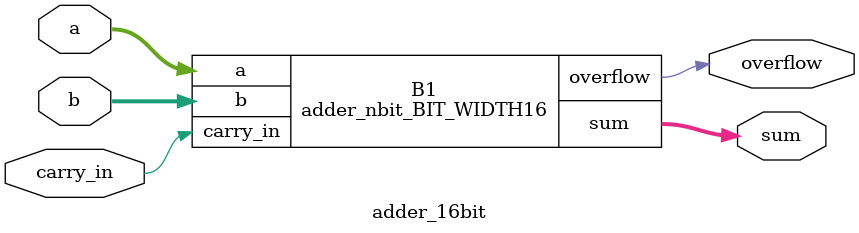
<source format=v>


module adder_1bit_15 ( a, b, carry_in, sum, carry_out );
  input a, b, carry_in;
  output sum, carry_out;
  wire   n1, n2;

  XOR2X1 U1 ( .A(carry_in), .B(n1), .Y(sum) );
  INVX1 U2 ( .A(n2), .Y(carry_out) );
  AOI22X1 U3 ( .A(b), .B(a), .C(n1), .D(carry_in), .Y(n2) );
  XOR2X1 U4 ( .A(a), .B(b), .Y(n1) );
endmodule


module adder_1bit_0 ( a, b, carry_in, sum, carry_out );
  input a, b, carry_in;
  output sum, carry_out;
  wire   n1, n2;

  XOR2X1 U1 ( .A(carry_in), .B(n1), .Y(sum) );
  INVX1 U2 ( .A(n2), .Y(carry_out) );
  AOI22X1 U3 ( .A(b), .B(a), .C(n1), .D(carry_in), .Y(n2) );
  XOR2X1 U4 ( .A(a), .B(b), .Y(n1) );
endmodule


module adder_1bit_1 ( a, b, carry_in, sum, carry_out );
  input a, b, carry_in;
  output sum, carry_out;
  wire   n1, n2;

  XOR2X1 U1 ( .A(carry_in), .B(n1), .Y(sum) );
  INVX1 U2 ( .A(n2), .Y(carry_out) );
  AOI22X1 U3 ( .A(b), .B(a), .C(n1), .D(carry_in), .Y(n2) );
  XOR2X1 U4 ( .A(a), .B(b), .Y(n1) );
endmodule


module adder_1bit_2 ( a, b, carry_in, sum, carry_out );
  input a, b, carry_in;
  output sum, carry_out;
  wire   n1, n2;

  XOR2X1 U1 ( .A(carry_in), .B(n1), .Y(sum) );
  INVX1 U2 ( .A(n2), .Y(carry_out) );
  AOI22X1 U3 ( .A(b), .B(a), .C(n1), .D(carry_in), .Y(n2) );
  XOR2X1 U4 ( .A(a), .B(b), .Y(n1) );
endmodule


module adder_1bit_3 ( a, b, carry_in, sum, carry_out );
  input a, b, carry_in;
  output sum, carry_out;
  wire   n1, n2;

  XOR2X1 U1 ( .A(carry_in), .B(n1), .Y(sum) );
  INVX1 U2 ( .A(n2), .Y(carry_out) );
  AOI22X1 U3 ( .A(b), .B(a), .C(n1), .D(carry_in), .Y(n2) );
  XOR2X1 U4 ( .A(a), .B(b), .Y(n1) );
endmodule


module adder_1bit_4 ( a, b, carry_in, sum, carry_out );
  input a, b, carry_in;
  output sum, carry_out;
  wire   n1, n2;

  XOR2X1 U1 ( .A(carry_in), .B(n1), .Y(sum) );
  INVX1 U2 ( .A(n2), .Y(carry_out) );
  AOI22X1 U3 ( .A(b), .B(a), .C(n1), .D(carry_in), .Y(n2) );
  XOR2X1 U4 ( .A(a), .B(b), .Y(n1) );
endmodule


module adder_1bit_5 ( a, b, carry_in, sum, carry_out );
  input a, b, carry_in;
  output sum, carry_out;
  wire   n1, n2;

  XOR2X1 U1 ( .A(carry_in), .B(n1), .Y(sum) );
  INVX1 U2 ( .A(n2), .Y(carry_out) );
  AOI22X1 U3 ( .A(b), .B(a), .C(n1), .D(carry_in), .Y(n2) );
  XOR2X1 U4 ( .A(a), .B(b), .Y(n1) );
endmodule


module adder_1bit_6 ( a, b, carry_in, sum, carry_out );
  input a, b, carry_in;
  output sum, carry_out;
  wire   n1, n2;

  XOR2X1 U1 ( .A(carry_in), .B(n1), .Y(sum) );
  INVX1 U2 ( .A(n2), .Y(carry_out) );
  AOI22X1 U3 ( .A(b), .B(a), .C(n1), .D(carry_in), .Y(n2) );
  XOR2X1 U4 ( .A(a), .B(b), .Y(n1) );
endmodule


module adder_1bit_7 ( a, b, carry_in, sum, carry_out );
  input a, b, carry_in;
  output sum, carry_out;
  wire   n1, n2;

  XOR2X1 U1 ( .A(carry_in), .B(n1), .Y(sum) );
  INVX1 U2 ( .A(n2), .Y(carry_out) );
  AOI22X1 U3 ( .A(b), .B(a), .C(n1), .D(carry_in), .Y(n2) );
  XOR2X1 U4 ( .A(a), .B(b), .Y(n1) );
endmodule


module adder_1bit_8 ( a, b, carry_in, sum, carry_out );
  input a, b, carry_in;
  output sum, carry_out;
  wire   n1, n2;

  XOR2X1 U1 ( .A(carry_in), .B(n1), .Y(sum) );
  INVX1 U2 ( .A(n2), .Y(carry_out) );
  AOI22X1 U3 ( .A(b), .B(a), .C(n1), .D(carry_in), .Y(n2) );
  XOR2X1 U4 ( .A(a), .B(b), .Y(n1) );
endmodule


module adder_1bit_9 ( a, b, carry_in, sum, carry_out );
  input a, b, carry_in;
  output sum, carry_out;
  wire   n1, n2;

  XOR2X1 U1 ( .A(carry_in), .B(n1), .Y(sum) );
  INVX1 U2 ( .A(n2), .Y(carry_out) );
  AOI22X1 U3 ( .A(b), .B(a), .C(n1), .D(carry_in), .Y(n2) );
  XOR2X1 U4 ( .A(a), .B(b), .Y(n1) );
endmodule


module adder_1bit_10 ( a, b, carry_in, sum, carry_out );
  input a, b, carry_in;
  output sum, carry_out;
  wire   n1, n2;

  XOR2X1 U1 ( .A(carry_in), .B(n1), .Y(sum) );
  INVX1 U2 ( .A(n2), .Y(carry_out) );
  AOI22X1 U3 ( .A(b), .B(a), .C(n1), .D(carry_in), .Y(n2) );
  XOR2X1 U4 ( .A(a), .B(b), .Y(n1) );
endmodule


module adder_1bit_11 ( a, b, carry_in, sum, carry_out );
  input a, b, carry_in;
  output sum, carry_out;
  wire   n1, n2;

  XOR2X1 U1 ( .A(carry_in), .B(n1), .Y(sum) );
  INVX1 U2 ( .A(n2), .Y(carry_out) );
  AOI22X1 U3 ( .A(b), .B(a), .C(n1), .D(carry_in), .Y(n2) );
  XOR2X1 U4 ( .A(a), .B(b), .Y(n1) );
endmodule


module adder_1bit_12 ( a, b, carry_in, sum, carry_out );
  input a, b, carry_in;
  output sum, carry_out;
  wire   n1, n2;

  XOR2X1 U1 ( .A(carry_in), .B(n1), .Y(sum) );
  INVX1 U2 ( .A(n2), .Y(carry_out) );
  AOI22X1 U3 ( .A(b), .B(a), .C(n1), .D(carry_in), .Y(n2) );
  XOR2X1 U4 ( .A(a), .B(b), .Y(n1) );
endmodule


module adder_1bit_13 ( a, b, carry_in, sum, carry_out );
  input a, b, carry_in;
  output sum, carry_out;
  wire   n1, n2;

  XOR2X1 U1 ( .A(carry_in), .B(n1), .Y(sum) );
  INVX1 U2 ( .A(n2), .Y(carry_out) );
  AOI22X1 U3 ( .A(b), .B(a), .C(n1), .D(carry_in), .Y(n2) );
  XOR2X1 U4 ( .A(a), .B(b), .Y(n1) );
endmodule


module adder_1bit_14 ( a, b, carry_in, sum, carry_out );
  input a, b, carry_in;
  output sum, carry_out;
  wire   n1, n2;

  XOR2X1 U1 ( .A(carry_in), .B(n1), .Y(sum) );
  INVX1 U2 ( .A(n2), .Y(carry_out) );
  AOI22X1 U3 ( .A(b), .B(a), .C(n1), .D(carry_in), .Y(n2) );
  XOR2X1 U4 ( .A(a), .B(b), .Y(n1) );
endmodule


module adder_nbit_BIT_WIDTH16 ( a, b, carry_in, sum, overflow );
  input [15:0] a;
  input [15:0] b;
  output [15:0] sum;
  input carry_in;
  output overflow;

  wire   [15:1] carrys;

  adder_1bit_15 \genblk1[0].IX  ( .a(a[0]), .b(b[0]), .carry_in(carry_in), 
        .sum(sum[0]), .carry_out(carrys[1]) );
  adder_1bit_14 \genblk1[1].IX  ( .a(a[1]), .b(b[1]), .carry_in(carrys[1]), 
        .sum(sum[1]), .carry_out(carrys[2]) );
  adder_1bit_13 \genblk1[2].IX  ( .a(a[2]), .b(b[2]), .carry_in(carrys[2]), 
        .sum(sum[2]), .carry_out(carrys[3]) );
  adder_1bit_12 \genblk1[3].IX  ( .a(a[3]), .b(b[3]), .carry_in(carrys[3]), 
        .sum(sum[3]), .carry_out(carrys[4]) );
  adder_1bit_11 \genblk1[4].IX  ( .a(a[4]), .b(b[4]), .carry_in(carrys[4]), 
        .sum(sum[4]), .carry_out(carrys[5]) );
  adder_1bit_10 \genblk1[5].IX  ( .a(a[5]), .b(b[5]), .carry_in(carrys[5]), 
        .sum(sum[5]), .carry_out(carrys[6]) );
  adder_1bit_9 \genblk1[6].IX  ( .a(a[6]), .b(b[6]), .carry_in(carrys[6]), 
        .sum(sum[6]), .carry_out(carrys[7]) );
  adder_1bit_8 \genblk1[7].IX  ( .a(a[7]), .b(b[7]), .carry_in(carrys[7]), 
        .sum(sum[7]), .carry_out(carrys[8]) );
  adder_1bit_7 \genblk1[8].IX  ( .a(a[8]), .b(b[8]), .carry_in(carrys[8]), 
        .sum(sum[8]), .carry_out(carrys[9]) );
  adder_1bit_6 \genblk1[9].IX  ( .a(a[9]), .b(b[9]), .carry_in(carrys[9]), 
        .sum(sum[9]), .carry_out(carrys[10]) );
  adder_1bit_5 \genblk1[10].IX  ( .a(a[10]), .b(b[10]), .carry_in(carrys[10]), 
        .sum(sum[10]), .carry_out(carrys[11]) );
  adder_1bit_4 \genblk1[11].IX  ( .a(a[11]), .b(b[11]), .carry_in(carrys[11]), 
        .sum(sum[11]), .carry_out(carrys[12]) );
  adder_1bit_3 \genblk1[12].IX  ( .a(a[12]), .b(b[12]), .carry_in(carrys[12]), 
        .sum(sum[12]), .carry_out(carrys[13]) );
  adder_1bit_2 \genblk1[13].IX  ( .a(a[13]), .b(b[13]), .carry_in(carrys[13]), 
        .sum(sum[13]), .carry_out(carrys[14]) );
  adder_1bit_1 \genblk1[14].IX  ( .a(a[14]), .b(b[14]), .carry_in(carrys[14]), 
        .sum(sum[14]), .carry_out(carrys[15]) );
  adder_1bit_0 \genblk1[15].IX  ( .a(a[15]), .b(b[15]), .carry_in(carrys[15]), 
        .sum(sum[15]), .carry_out(overflow) );
endmodule


module adder_16bit ( a, b, carry_in, sum, overflow );
  input [15:0] a;
  input [15:0] b;
  output [15:0] sum;
  input carry_in;
  output overflow;


  adder_nbit_BIT_WIDTH16 B1 ( .a(a), .b(b), .carry_in(carry_in), .sum(sum), 
        .overflow(overflow) );
endmodule


</source>
